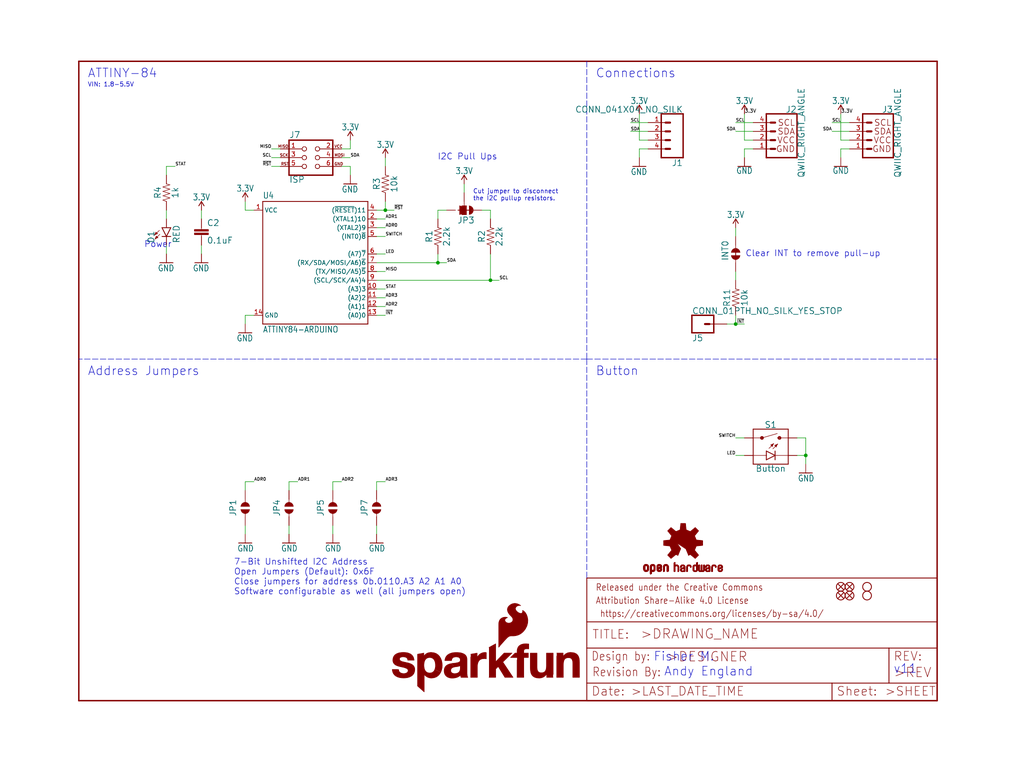
<source format=kicad_sch>
(kicad_sch (version 20211123) (generator eeschema)
  (paper "User" 297.002 223.926)
  (lib_symbols
    (symbol "schematicEagle-eagle-import:0.1UF-0603-25V-(+80{slash}-20%)"
      (property "Reference" "C" (at 1.524 2.921 0))
      (property "Value" "0.1UF-0603-25V-(+80{slash}-20%)" (at 1.524 -2.159 0))
      (symbol "0.1UF-0603-25V-(+80{slash}-20%)_1_0"
        (pin passive line (at 0 5.08 270) (length 2.54) (name "1") (number "1"))
        (pin passive line (at 0 -2.54 90) (length 2.54) (name "2") (number "2"))
      )
    )
    (symbol "schematicEagle-eagle-import:10KOHM-0603-1{slash}10W-1%"
      (property "Reference" "R" (at 0 1.524 0))
      (property "Value" "10KOHM-0603-1{slash}10W-1%" (at 0 -1.524 0))
      (symbol "10KOHM-0603-1{slash}10W-1%_1_0"
        (pin passive line (at -5.08 0 0) (length 2.54) (name "1") (number "1"))
        (pin passive line (at 5.08 0 180) (length 2.54) (name "2") (number "2"))
      )
    )
    (symbol "schematicEagle-eagle-import:1KOHM-0603-1{slash}10W-1%"
      (property "Reference" "R" (at 0 1.524 0))
      (property "Value" "1KOHM-0603-1{slash}10W-1%" (at 0 -1.524 0))
      (symbol "1KOHM-0603-1{slash}10W-1%_1_0"
        (pin passive line (at -5.08 0 0) (length 2.54) (name "1") (number "1"))
        (pin passive line (at 5.08 0 180) (length 2.54) (name "2") (number "2"))
      )
    )
    (symbol "schematicEagle-eagle-import:2.2KOHM-0603-1{slash}10W-1%"
      (property "Reference" "R" (at 0 1.524 0))
      (property "Value" "2.2KOHM-0603-1{slash}10W-1%" (at 0 -1.524 0))
      (symbol "2.2KOHM-0603-1{slash}10W-1%_1_0"
        (pin passive line (at -5.08 0 0) (length 2.54) (name "1") (number "1"))
        (pin passive line (at 5.08 0 180) (length 2.54) (name "2") (number "2"))
      )
    )
    (symbol "schematicEagle-eagle-import:3.3V" (power)
      (property "Value" "3.3V" (at 0 2.794 0))
      (symbol "3.3V_1_0"
        (pin power_in line (at 0 0 90) (length 2.54) (name "3.3V") (number "1"))
      )
    )
    (symbol "schematicEagle-eagle-import:ATTINY84-ARDUINO"
      (property "Reference" "U" (at -15.24 18.542 0))
      (property "Value" "ATTINY84-ARDUINO" (at -15.24 -20.32 0))
      (symbol "ATTINY84-ARDUINO_1_0"
        (pin bidirectional line (at -17.78 15.24 0) (length 2.54) (name "VCC") (number "1"))
        (pin bidirectional line (at 17.78 -7.62 180) (length 2.54) (name "(A3)3") (number "10"))
        (pin bidirectional line (at 17.78 -10.16 180) (length 2.54) (name "(A2)2") (number "11"))
        (pin bidirectional line (at 17.78 -12.7 180) (length 2.54) (name "(A1)1") (number "12"))
        (pin bidirectional line (at 17.78 -15.24 180) (length 2.54) (name "(A0)0") (number "13"))
        (pin bidirectional line (at -17.78 -15.24 0) (length 2.54) (name "GND") (number "14"))
        (pin bidirectional line (at 17.78 12.7 180) (length 2.54) (name "(XTAL1)10") (number "2"))
        (pin bidirectional line (at 17.78 10.16 180) (length 2.54) (name "(XTAL2)9") (number "3"))
        (pin bidirectional line (at 17.78 15.24 180) (length 2.54) (name "(~{RESET})11") (number "4"))
        (pin bidirectional line (at 17.78 7.62 180) (length 2.54) (name "(INT0)~{8}") (number "5"))
        (pin bidirectional line (at 17.78 2.54 180) (length 2.54) (name "(A7)~{7}") (number "6"))
        (pin bidirectional line (at 17.78 0 180) (length 2.54) (name "(RX/SDA/MOSI/A6)~{6}") (number "7"))
        (pin bidirectional line (at 17.78 -2.54 180) (length 2.54) (name "(TX/MISO/A5)~{5}") (number "8"))
        (pin bidirectional line (at 17.78 -5.08 180) (length 2.54) (name "(SCL/SCK/A4)4") (number "9"))
      )
    )
    (symbol "schematicEagle-eagle-import:AVR_SPI_PROG_3X2TESTPOINTS"
      (property "Reference" "J" (at -5.08 5.588 0))
      (property "Value" "AVR_SPI_PROG_3X2TESTPOINTS" (at -5.08 -7.366 0))
      (symbol "AVR_SPI_PROG_3X2TESTPOINTS_1_0"
        (text "GND" (at 8.001 -2.286 0) (effects (font (size 0.8128 0.8128)) (justify left bottom)))
        (text "MISO" (at -5.207 2.794 0) (effects (font (size 0.8128 0.8128)) (justify right bottom)))
        (text "MOSI" (at 8.001 0.254 0) (effects (font (size 0.8128 0.8128)) (justify left bottom)))
        (text "RST" (at -5.08 -2.286 0) (effects (font (size 0.8128 0.8128)) (justify right bottom)))
        (text "SCK" (at -5.207 0.254 0) (effects (font (size 0.8128 0.8128)) (justify right bottom)))
        (text "VCC" (at 8.001 2.794 0) (effects (font (size 0.8128 0.8128)) (justify left bottom)))
        (pin passive inverted (at -7.62 2.54 0) (length 7.62) (name "1") (number "1"))
        (pin passive inverted (at 10.16 2.54 180) (length 7.62) (name "2") (number "2"))
        (pin passive inverted (at -7.62 0 0) (length 7.62) (name "3") (number "3"))
        (pin passive inverted (at 10.16 0 180) (length 7.62) (name "4") (number "4"))
        (pin passive inverted (at -7.62 -2.54 0) (length 7.62) (name "5") (number "5"))
        (pin passive inverted (at 10.16 -2.54 180) (length 7.62) (name "6") (number "6"))
      )
    )
    (symbol "schematicEagle-eagle-import:CONN_01PTH_NO_SILK_YES_STOP"
      (property "Reference" "J" (at -2.54 3.048 0))
      (property "Value" "CONN_01PTH_NO_SILK_YES_STOP" (at -2.54 -4.826 0))
      (symbol "CONN_01PTH_NO_SILK_YES_STOP_1_0"
        (pin passive line (at 7.62 0 180) (length 5.08) (name "1") (number "1"))
      )
    )
    (symbol "schematicEagle-eagle-import:CONN_041X04_NO_SILK"
      (property "Reference" "J" (at -5.08 8.128 0))
      (property "Value" "CONN_041X04_NO_SILK" (at -5.08 -7.366 0))
      (symbol "CONN_041X04_NO_SILK_1_0"
        (pin passive line (at 5.08 -2.54 180) (length 5.08) (name "1") (number "1"))
        (pin passive line (at 5.08 0 180) (length 5.08) (name "2") (number "2"))
        (pin passive line (at 5.08 2.54 180) (length 5.08) (name "3") (number "3"))
        (pin passive line (at 5.08 5.08 180) (length 5.08) (name "4") (number "4"))
      )
    )
    (symbol "schematicEagle-eagle-import:FIDUCIALUFIDUCIAL")
    (symbol "schematicEagle-eagle-import:FRAME-LETTER"
      (symbol "FRAME-LETTER_2_0"
        (text " https://creativecommons.org/licenses/by-sa/4.0/" (at 2.54 24.13 0) (effects (font (size 1.9304 1.6408)) (justify left bottom)))
        (text ">DESIGNER" (at 23.114 11.176 0) (effects (font (size 2.7432 2.7432)) (justify left bottom)))
        (text ">DRAWING_NAME" (at 15.494 17.78 0) (effects (font (size 2.7432 2.7432)) (justify left bottom)))
        (text ">LAST_DATE_TIME" (at 12.7 1.27 0) (effects (font (size 2.54 2.54)) (justify left bottom)))
        (text ">REV" (at 88.9 6.604 0) (effects (font (size 2.7432 2.7432)) (justify left bottom)))
        (text ">SHEET" (at 86.36 1.27 0) (effects (font (size 2.54 2.54)) (justify left bottom)))
        (text "Attribution Share-Alike 4.0 License" (at 2.54 27.94 0) (effects (font (size 1.9304 1.6408)) (justify left bottom)))
        (text "Date:" (at 1.27 1.27 0) (effects (font (size 2.54 2.54)) (justify left bottom)))
        (text "Design by:" (at 1.27 11.43 0) (effects (font (size 2.54 2.159)) (justify left bottom)))
        (text "Released under the Creative Commons" (at 2.54 31.75 0) (effects (font (size 1.9304 1.6408)) (justify left bottom)))
        (text "REV:" (at 88.9 11.43 0) (effects (font (size 2.54 2.54)) (justify left bottom)))
        (text "Sheet:" (at 72.39 1.27 0) (effects (font (size 2.54 2.54)) (justify left bottom)))
        (text "TITLE:" (at 1.524 17.78 0) (effects (font (size 2.54 2.54)) (justify left bottom)))
      )
    )
    (symbol "schematicEagle-eagle-import:GND" (power)
      (property "Value" "GND" (at -2.54 -2.54 0))
      (symbol "GND_1_0"
        (pin power_in line (at 0 2.54 270) (length 2.54) (name "GND") (number "1"))
      )
    )
    (symbol "schematicEagle-eagle-import:JUMPER-SMT_2_NC_TRACE_SILK"
      (property "Reference" "JP" (at -2.54 2.54 0))
      (property "Value" "JUMPER-SMT_2_NC_TRACE_SILK" (at -2.54 -2.54 0))
      (symbol "JUMPER-SMT_2_NC_TRACE_SILK_1_0"
        (pin passive line (at -5.08 0 0) (length 2.54) (name "1") (number "1"))
        (pin passive line (at 5.08 0 180) (length 2.54) (name "2") (number "2"))
      )
    )
    (symbol "schematicEagle-eagle-import:JUMPER-SMT_2_NO_NO-SILK"
      (property "Reference" "JP" (at -2.54 2.54 0))
      (property "Value" "JUMPER-SMT_2_NO_NO-SILK" (at -2.54 -2.54 0))
      (symbol "JUMPER-SMT_2_NO_NO-SILK_1_0"
        (pin passive line (at -5.08 0 0) (length 2.54) (name "1") (number "1"))
        (pin passive line (at 5.08 0 180) (length 2.54) (name "2") (number "2"))
      )
    )
    (symbol "schematicEagle-eagle-import:JUMPER-SMT_3_2-NC_TRACE_SILK"
      (property "Reference" "JP" (at 2.54 0.381 0))
      (property "Value" "JUMPER-SMT_3_2-NC_TRACE_SILK" (at 2.54 -0.381 0))
      (symbol "JUMPER-SMT_3_2-NC_TRACE_SILK_1_0"
        (pin passive line (at 0 5.08 270) (length 2.54) (name "1") (number "1"))
        (pin passive line (at -5.08 0 0) (length 2.54) (name "2") (number "2"))
        (pin passive line (at 0 -5.08 90) (length 2.54) (name "3") (number "3"))
      )
    )
    (symbol "schematicEagle-eagle-import:LED-RED0603"
      (property "Reference" "D" (at -3.429 -4.572 90))
      (property "Value" "LED-RED0603" (at 1.905 -4.572 90))
      (symbol "LED-RED0603_1_0"
        (pin passive line (at 0 2.54 270) (length 2.54) (name "A") (number "A"))
        (pin passive line (at 0 -5.08 90) (length 2.54) (name "C") (number "C"))
      )
    )
    (symbol "schematicEagle-eagle-import:MOMENTARY-SWITCH-SPST-LED-PTH-12MM"
      (property "Reference" "S" (at 0 5.334 0))
      (property "Value" "MOMENTARY-SWITCH-SPST-LED-PTH-12MM" (at 0 -5.334 0))
      (symbol "MOMENTARY-SWITCH-SPST-LED-PTH-12MM_1_0"
        (pin passive line (at 7.62 2.54 180) (length 2.54) (name "2") (number "2"))
        (pin passive line (at -7.62 2.54 0) (length 2.54) (name "1") (number "4"))
        (pin passive line (at -7.62 -2.54 0) (length 2.54) (name "A") (number "A"))
        (pin passive line (at 7.62 -2.54 180) (length 2.54) (name "C") (number "C"))
      )
    )
    (symbol "schematicEagle-eagle-import:OSHW-LOGOMINI")
    (symbol "schematicEagle-eagle-import:QWIIC_CONNECTORJS-1MM"
      (property "Reference" "J" (at -5.08 7.874 0))
      (property "Value" "QWIIC_CONNECTORJS-1MM" (at -5.08 -5.334 0))
      (symbol "QWIIC_CONNECTORJS-1MM_1_0"
        (text "GND" (at -4.572 -2.54 0) (effects (font (size 1.778 1.778)) (justify left)))
        (text "SCL" (at -4.572 5.08 0) (effects (font (size 1.778 1.778)) (justify left)))
        (text "SDA" (at -4.572 2.54 0) (effects (font (size 1.778 1.778)) (justify left)))
        (text "VCC" (at -4.572 0 0) (effects (font (size 1.778 1.778)) (justify left)))
        (pin power_in line (at 7.62 -2.54 180) (length 5.08) (name "1") (number "1"))
        (pin power_in line (at 7.62 0 180) (length 5.08) (name "2") (number "2"))
        (pin passive line (at 7.62 2.54 180) (length 5.08) (name "3") (number "3"))
        (pin passive line (at 7.62 5.08 180) (length 5.08) (name "4") (number "4"))
      )
    )
    (symbol "schematicEagle-eagle-import:REVISION"
      (symbol "REVISION_1_0"
        (text "Revision By: " (at 0 0 0) (effects (font (size 2.54 2.159)) (justify left bottom)))
      )
    )
    (symbol "schematicEagle-eagle-import:SFE_LOGO_FLAME.1_INCH")
    (symbol "schematicEagle-eagle-import:SFE_LOGO_NAME.1_INCH")
    (symbol "schematicEagle-eagle-import:STAND-OFF")
    (symbol "schematicEagle-eagle-import:VCC" (power)
      (property "Value" "VCC" (at 0 2.794 0))
      (symbol "VCC_1_0"
        (pin power_in line (at 0 0 90) (length 2.54) (name "VCC") (number "1"))
      )
    )
  )
  (junction (at 111.76 60.96))
  (junction (at 233.68 132.08))
  (junction (at 142.24 81.28))
  (junction (at 127 76.2))
  (junction (at 213.36 93.98))
  (wire (pts (xy 185.42 45.72) (xy 185.42 43.18)))
  (wire (pts (xy 109.22 86.36) (xy 111.76 86.36)))
  (wire (pts (xy 142.24 81.28) (xy 144.78 81.28)))
  (wire (pts (xy 185.42 33.02) (xy 185.42 40.64)))
  (wire (pts (xy 83.82 152.4) (xy 83.82 154.94)))
  (wire (pts (xy 213.36 78.74) (xy 213.36 81.28)))
  (wire (pts (xy 83.82 139.7) (xy 86.36 139.7)))
  (wire (pts (xy 58.42 71.12) (xy 58.42 73.66)))
  (wire (pts (xy 109.22 63.5) (xy 111.76 63.5)))
  (wire (pts (xy 96.52 139.7) (xy 99.06 139.7)))
  (wire (pts (xy 81.28 43.18) (xy 78.74 43.18)))
  (wire (pts (xy 210.82 93.98) (xy 213.36 93.98)))
  (wire (pts (xy 101.6 48.26) (xy 101.6 50.8)))
  (wire (pts (xy 71.12 91.44) (xy 71.12 93.98)))
  (wire (pts (xy 71.12 60.96) (xy 71.12 58.42)))
  (wire (pts (xy 96.52 152.4) (xy 96.52 154.94)))
  (wire (pts (xy 213.36 66.04) (xy 213.36 68.58)))
  (wire (pts (xy 73.66 60.96) (xy 71.12 60.96)))
  (wire (pts (xy 243.84 43.18) (xy 243.84 45.72)))
  (wire (pts (xy 231.14 132.08) (xy 233.68 132.08)))
  (wire (pts (xy 109.22 152.4) (xy 109.22 154.94)))
  (wire (pts (xy 246.38 35.56) (xy 241.3 35.56)))
  (wire (pts (xy 243.84 40.64) (xy 246.38 40.64)))
  (wire (pts (xy 111.76 60.96) (xy 114.3 60.96)))
  (wire (pts (xy 83.82 142.24) (xy 83.82 139.7)))
  (wire (pts (xy 109.22 73.66) (xy 111.76 73.66)))
  (wire (pts (xy 218.44 43.18) (xy 215.9 43.18)))
  (wire (pts (xy 99.06 45.72) (xy 101.6 45.72)))
  (wire (pts (xy 187.96 40.64) (xy 185.42 40.64)))
  (wire (pts (xy 246.38 38.1) (xy 241.3 38.1)))
  (wire (pts (xy 109.22 68.58) (xy 111.76 68.58)))
  (wire (pts (xy 71.12 142.24) (xy 71.12 139.7)))
  (wire (pts (xy 187.96 35.56) (xy 182.88 35.56)))
  (wire (pts (xy 111.76 48.26) (xy 111.76 45.72)))
  (wire (pts (xy 243.84 33.02) (xy 243.84 40.64)))
  (wire (pts (xy 109.22 78.74) (xy 111.76 78.74)))
  (wire (pts (xy 73.66 91.44) (xy 71.12 91.44)))
  (wire (pts (xy 134.62 55.88) (xy 134.62 53.34)))
  (wire (pts (xy 109.22 83.82) (xy 111.76 83.82)))
  (wire (pts (xy 48.26 63.5) (xy 48.26 60.96)))
  (wire (pts (xy 48.26 50.8) (xy 48.26 48.26)))
  (wire (pts (xy 215.9 43.18) (xy 215.9 45.72)))
  (polyline (pts (xy 170.18 104.14) (xy 170.18 167.64)))
  (wire (pts (xy 71.12 139.7) (xy 73.66 139.7)))
  (polyline (pts (xy 170.18 17.78) (xy 170.18 104.14)))
  (wire (pts (xy 109.22 81.28) (xy 142.24 81.28)))
  (wire (pts (xy 187.96 43.18) (xy 185.42 43.18)))
  (wire (pts (xy 233.68 127) (xy 233.68 132.08)))
  (wire (pts (xy 81.28 48.26) (xy 78.74 48.26)))
  (wire (pts (xy 71.12 152.4) (xy 71.12 154.94)))
  (wire (pts (xy 139.7 60.96) (xy 142.24 60.96)))
  (polyline (pts (xy 170.18 104.14) (xy 22.86 104.14)))
  (wire (pts (xy 99.06 43.18) (xy 101.6 43.18)))
  (wire (pts (xy 96.52 142.24) (xy 96.52 139.7)))
  (wire (pts (xy 187.96 38.1) (xy 182.88 38.1)))
  (wire (pts (xy 218.44 38.1) (xy 213.36 38.1)))
  (wire (pts (xy 48.26 48.26) (xy 50.8 48.26)))
  (wire (pts (xy 127 73.66) (xy 127 76.2)))
  (wire (pts (xy 101.6 40.64) (xy 101.6 43.18)))
  (wire (pts (xy 109.22 88.9) (xy 111.76 88.9)))
  (wire (pts (xy 81.28 45.72) (xy 78.74 45.72)))
  (wire (pts (xy 142.24 60.96) (xy 142.24 63.5)))
  (wire (pts (xy 109.22 76.2) (xy 127 76.2)))
  (wire (pts (xy 233.68 132.08) (xy 233.68 134.62)))
  (wire (pts (xy 109.22 139.7) (xy 111.76 139.7)))
  (wire (pts (xy 231.14 127) (xy 233.68 127)))
  (wire (pts (xy 109.22 60.96) (xy 111.76 60.96)))
  (wire (pts (xy 127 60.96) (xy 127 63.5)))
  (polyline (pts (xy 170.18 104.14) (xy 271.78 104.14)))
  (wire (pts (xy 246.38 43.18) (xy 243.84 43.18)))
  (wire (pts (xy 109.22 91.44) (xy 111.76 91.44)))
  (wire (pts (xy 58.42 63.5) (xy 58.42 60.96)))
  (wire (pts (xy 142.24 73.66) (xy 142.24 81.28)))
  (wire (pts (xy 48.26 73.66) (xy 48.26 71.12)))
  (wire (pts (xy 99.06 48.26) (xy 101.6 48.26)))
  (wire (pts (xy 109.22 142.24) (xy 109.22 139.7)))
  (wire (pts (xy 215.9 132.08) (xy 213.36 132.08)))
  (wire (pts (xy 215.9 40.64) (xy 218.44 40.64)))
  (wire (pts (xy 215.9 127) (xy 213.36 127)))
  (wire (pts (xy 218.44 35.56) (xy 213.36 35.56)))
  (wire (pts (xy 129.54 60.96) (xy 127 60.96)))
  (wire (pts (xy 111.76 60.96) (xy 111.76 58.42)))
  (wire (pts (xy 213.36 93.98) (xy 215.9 93.98)))
  (wire (pts (xy 215.9 33.02) (xy 215.9 40.64)))
  (wire (pts (xy 213.36 91.44) (xy 213.36 93.98)))
  (wire (pts (xy 109.22 66.04) (xy 111.76 66.04)))
  (wire (pts (xy 127 76.2) (xy 129.54 76.2)))
  (text "VIN: 1.8-5.5V" (at 25.4 25.4 180) (effects (font (size 1.27 1.27)) (justify left bottom)))
  (text "Address Jumpers" (at 25.4 109.22 180) (effects (font (size 2.54 2.54)) (justify left bottom)))
  (text "Clear INT to remove pull-up" (at 216.154 74.676 180) (effects (font (size 1.778 1.778)) (justify left bottom)))
  (text "7-Bit Unshifted I2C Address\nOpen Jumpers (Default): 0x6F\nClose jumpers for address 0b.0110.A3 A2 A1 A0\nSoftware configurable as well (all jumpers open)" (at 67.818 172.72 0) (effects (font (size 1.778 1.778)) (justify left bottom)))
  (text "Fisher M." (at 189.484 192.024 180) (effects (font (size 2.54 2.54)) (justify left bottom)))
  (text "ATTINY-84" (at 25.4 22.86 180) (effects (font (size 2.54 2.54)) (justify left bottom)))
  (text "Andy England" (at 192.532 196.342 180) (effects (font (size 2.54 2.54)) (justify left bottom)))
  (text "Power" (at 41.783 72.009 180) (effects (font (size 1.778 1.778)) (justify left bottom)))
  (text "Connections" (at 172.72 22.86 180) (effects (font (size 2.54 2.54)) (justify left bottom)))
  (text "Button" (at 172.72 109.22 180) (effects (font (size 2.54 2.54)) (justify left bottom)))
  (text "v11" (at 259.08 195.58 180) (effects (font (size 2.54 2.54)) (justify left bottom)))
  (text "I2C Pull Ups" (at 126.873 46.609 180) (effects (font (size 1.778 1.778)) (justify left bottom)))
  (text "Cut jumper to disconnect\nthe I2C pullup resistors." (at 137.16 58.42 0) (effects (font (size 1.27 1.27)) (justify left bottom)))
  (label "MISO" (at 111.76 78.74 0) (effects (font (size 0.889 0.889))))
  (label "STAT" (at 50.8 48.26 0) (effects (font (size 0.889 0.889))))
  (label "SCL" (at 78.74 45.72 180) (effects (font (size 0.889 0.889))))
  (label "SDA" (at 213.36 38.1 180) (effects (font (size 0.889 0.889))))
  (label "3.3V" (at 215.9 33.02 0) (effects (font (size 1.016 1.016))))
  (label "ADR3" (at 111.76 139.7 0) (effects (font (size 0.889 0.889))))
  (label "~{RST}" (at 78.74 48.26 180) (effects (font (size 0.889 0.889))))
  (label "MISO" (at 78.74 43.18 180) (effects (font (size 0.889 0.889))))
  (label "SCL" (at 241.3 35.56 0) (effects (font (size 0.889 0.889))))
  (label "SDA" (at 241.3 38.1 180) (effects (font (size 0.889 0.889))))
  (label "SWITCH" (at 111.76 68.58 0) (effects (font (size 0.889 0.889))))
  (label "~{RST}" (at 114.3 60.96 0) (effects (font (size 0.889 0.889))))
  (label "ADR2" (at 99.06 139.7 0) (effects (font (size 0.889 0.889))))
  (label "ADR1" (at 111.76 63.5 0) (effects (font (size 0.889 0.889))))
  (label "ADR0" (at 111.76 66.04 0) (effects (font (size 0.889 0.889))))
  (label "STAT" (at 111.76 83.82 0) (effects (font (size 0.889 0.889))))
  (label "ADR3" (at 111.76 86.36 0) (effects (font (size 0.889 0.889))))
  (label "LED" (at 213.36 132.08 180) (effects (font (size 0.889 0.889))))
  (label "ADR2" (at 111.76 88.9 0) (effects (font (size 0.889 0.889))))
  (label "~{INT}" (at 215.9 93.98 180) (effects (font (size 0.889 0.889))))
  (label "~{INT}" (at 111.76 91.44 0) (effects (font (size 0.889 0.889))))
  (label "SCL" (at 182.88 35.56 0) (effects (font (size 0.889 0.889))))
  (label "ADR0" (at 73.66 139.7 0) (effects (font (size 0.889 0.889))))
  (label "SDA" (at 101.6 45.72 0) (effects (font (size 0.889 0.889))))
  (label "LED" (at 111.76 73.66 0) (effects (font (size 0.889 0.889))))
  (label "SWITCH" (at 213.36 127 180) (effects (font (size 0.889 0.889))))
  (label "SDA" (at 129.54 76.2 0) (effects (font (size 0.889 0.889))))
  (label "SDA" (at 182.88 38.1 0) (effects (font (size 0.889 0.889))))
  (label "3.3V" (at 243.84 33.02 0) (effects (font (size 1.016 1.016))))
  (label "ADR1" (at 86.36 139.7 0) (effects (font (size 0.889 0.889))))
  (label "SCL" (at 144.78 81.28 0) (effects (font (size 0.889 0.889))))
  (label "SCL" (at 213.36 35.56 0) (effects (font (size 0.889 0.889))))
  (symbol (lib_id "schematicEagle-eagle-import:GND") (at 71.12 96.52 0) (unit 1)
    (property "Reference" "#GND13" (effects hide))
    (property "Value" "GND" (at 68.58 99.06 0) (effects (font (size 1.778 1.5113)) (justify left bottom)))
    (property "Footprint" "schematicEagle:" (effects hide))
  )
  (symbol (lib_id "schematicEagle-eagle-import:JUMPER-SMT_2_NO_NO-SILK") (at 109.22 147.32 90) (unit 1)
    (property "Reference" "JP7" (at 106.68 149.86 0) (effects (font (size 1.778 1.778)) (justify left bottom)))
    (property "Value" "JUMPER-SMT_2_NO_NO-SILK" (effects hide))
    (property "Footprint" "schematicEagle:SMT-JUMPER_2_NO_NO-SILK" (effects hide))
  )
  (symbol (lib_id "schematicEagle-eagle-import:3.3V") (at 101.6 40.64 0) (unit 1)
    (property "Reference" "#SUPPLY19" (effects hide))
    (property "Value" "3.3V" (at 101.6 37.846 0) (effects (font (size 1.778 1.5113)) (justify bottom)))
    (property "Footprint" "schematicEagle:" (effects hide))
  )
  (symbol (lib_id "schematicEagle-eagle-import:GND") (at 71.12 157.48 0) (mirror y) (unit 1)
    (property "Reference" "#GND12" (effects hide))
    (property "Value" "GND" (at 73.66 160.02 0) (effects (font (size 1.778 1.5113)) (justify left bottom)))
    (property "Footprint" "schematicEagle:" (effects hide))
  )
  (symbol (lib_id "schematicEagle-eagle-import:FIDUCIALUFIDUCIAL") (at 246.38 172.72 0) (unit 1)
    (property "Reference" "JP9" (effects hide))
    (property "Value" "FIDUCIALUFIDUCIAL" (effects hide))
    (property "Footprint" "schematicEagle:MICRO-FIDUCIAL" (effects hide))
  )
  (symbol (lib_id "schematicEagle-eagle-import:JUMPER-SMT_2_NO_NO-SILK") (at 71.12 147.32 90) (unit 1)
    (property "Reference" "JP1" (at 68.58 149.86 0) (effects (font (size 1.778 1.778)) (justify left bottom)))
    (property "Value" "JUMPER-SMT_2_NO_NO-SILK" (effects hide))
    (property "Footprint" "schematicEagle:SMT-JUMPER_2_NO_NO-SILK" (effects hide))
  )
  (symbol (lib_id "schematicEagle-eagle-import:QWIIC_CONNECTORJS-1MM") (at 254 40.64 0) (mirror y) (unit 1)
    (property "Reference" "J3" (at 259.08 32.766 0) (effects (font (size 1.778 1.778)) (justify left bottom)))
    (property "Value" "QWIIC_RIGHT_ANGLE" (at 259.334 25.4 90) (effects (font (size 1.778 1.778)) (justify right bottom)))
    (property "Footprint" "schematicEagle:JST04_1MM_RA" (effects hide))
  )
  (symbol (lib_id "schematicEagle-eagle-import:10KOHM-0603-1{slash}10W-1%") (at 111.76 53.34 90) (unit 1)
    (property "Reference" "R3" (at 110.236 53.34 0) (effects (font (size 1.778 1.778)) (justify bottom)))
    (property "Value" "10k" (at 113.284 53.34 0) (effects (font (size 1.778 1.778)) (justify top)))
    (property "Footprint" "schematicEagle:0603" (effects hide))
  )
  (symbol (lib_id "schematicEagle-eagle-import:FIDUCIALUFIDUCIAL") (at 243.84 170.18 0) (unit 1)
    (property "Reference" "JP2" (effects hide))
    (property "Value" "FIDUCIALUFIDUCIAL" (effects hide))
    (property "Footprint" "schematicEagle:MICRO-FIDUCIAL" (effects hide))
  )
  (symbol (lib_id "schematicEagle-eagle-import:GND") (at 58.42 76.2 0) (unit 1)
    (property "Reference" "#GND7" (effects hide))
    (property "Value" "GND" (at 55.88 78.74 0) (effects (font (size 1.778 1.5113)) (justify left bottom)))
    (property "Footprint" "schematicEagle:" (effects hide))
  )
  (symbol (lib_id "schematicEagle-eagle-import:0.1UF-0603-25V-(+80{slash}-20%)") (at 58.42 68.58 0) (unit 1)
    (property "Reference" "C2" (at 59.944 65.659 0) (effects (font (size 1.778 1.778)) (justify left bottom)))
    (property "Value" "0.1uF" (at 59.944 70.739 0) (effects (font (size 1.778 1.778)) (justify left bottom)))
    (property "Footprint" "schematicEagle:0603" (effects hide))
  )
  (symbol (lib_id "schematicEagle-eagle-import:GND") (at 83.82 157.48 0) (mirror y) (unit 1)
    (property "Reference" "#GND1" (effects hide))
    (property "Value" "GND" (at 86.36 160.02 0) (effects (font (size 1.778 1.5113)) (justify left bottom)))
    (property "Footprint" "schematicEagle:" (effects hide))
  )
  (symbol (lib_id "schematicEagle-eagle-import:3.3V") (at 185.42 33.02 0) (unit 1)
    (property "Reference" "#SUPPLY12" (effects hide))
    (property "Value" "3.3V" (at 185.42 30.226 0) (effects (font (size 1.778 1.5113)) (justify bottom)))
    (property "Footprint" "schematicEagle:" (effects hide))
  )
  (symbol (lib_id "schematicEagle-eagle-import:STAND-OFF") (at 251.46 172.72 0) (unit 1)
    (property "Reference" "H2" (effects hide))
    (property "Value" "STAND-OFF" (effects hide))
    (property "Footprint" "schematicEagle:STAND-OFF" (effects hide))
  )
  (symbol (lib_id "schematicEagle-eagle-import:GND") (at 243.84 48.26 0) (unit 1)
    (property "Reference" "#GND6" (effects hide))
    (property "Value" "GND" (at 243.84 48.514 0) (effects (font (size 1.778 1.5113)) (justify top)))
    (property "Footprint" "schematicEagle:" (effects hide))
  )
  (symbol (lib_id "schematicEagle-eagle-import:3.3V") (at 71.12 58.42 0) (unit 1)
    (property "Reference" "#SUPPLY17" (effects hide))
    (property "Value" "3.3V" (at 71.12 55.626 0) (effects (font (size 1.778 1.5113)) (justify bottom)))
    (property "Footprint" "schematicEagle:" (effects hide))
  )
  (symbol (lib_id "schematicEagle-eagle-import:SFE_LOGO_NAME.1_INCH") (at 111.76 200.66 0) (unit 1)
    (property "Reference" "LOGO3" (effects hide))
    (property "Value" "SFE_LOGO_NAME.1_INCH" (effects hide))
    (property "Footprint" "schematicEagle:SFE_LOGO_NAME_.1" (effects hide))
  )
  (symbol (lib_id "schematicEagle-eagle-import:3.3V") (at 58.42 60.96 0) (unit 1)
    (property "Reference" "#SUPPLY2" (effects hide))
    (property "Value" "3.3V" (at 58.42 58.166 0) (effects (font (size 1.778 1.5113)) (justify bottom)))
    (property "Footprint" "schematicEagle:" (effects hide))
  )
  (symbol (lib_id "schematicEagle-eagle-import:STAND-OFF") (at 251.46 170.18 0) (unit 1)
    (property "Reference" "H1" (effects hide))
    (property "Value" "STAND-OFF" (effects hide))
    (property "Footprint" "schematicEagle:STAND-OFF" (effects hide))
  )
  (symbol (lib_id "schematicEagle-eagle-import:GND") (at 109.22 157.48 0) (mirror y) (unit 1)
    (property "Reference" "#GND5" (effects hide))
    (property "Value" "GND" (at 111.76 160.02 0) (effects (font (size 1.778 1.5113)) (justify left bottom)))
    (property "Footprint" "schematicEagle:" (effects hide))
  )
  (symbol (lib_id "schematicEagle-eagle-import:LED-RED0603") (at 48.26 66.04 0) (unit 1)
    (property "Reference" "D1" (at 44.831 70.612 90) (effects (font (size 1.778 1.778)) (justify left bottom)))
    (property "Value" "RED" (at 50.165 70.612 90) (effects (font (size 1.778 1.778)) (justify left top)))
    (property "Footprint" "schematicEagle:LED-0603" (effects hide))
  )
  (symbol (lib_id "schematicEagle-eagle-import:2.2KOHM-0603-1{slash}10W-1%") (at 127 68.58 90) (unit 1)
    (property "Reference" "R1" (at 125.476 68.58 0) (effects (font (size 1.778 1.778)) (justify bottom)))
    (property "Value" "2.2k" (at 128.524 68.58 0) (effects (font (size 1.778 1.778)) (justify top)))
    (property "Footprint" "schematicEagle:0603" (effects hide))
  )
  (symbol (lib_id "schematicEagle-eagle-import:VCC") (at 243.84 33.02 0) (unit 1)
    (property "Reference" "#SUPPLY7" (effects hide))
    (property "Value" "3.3V" (at 243.84 30.226 0) (effects (font (size 1.778 1.5113)) (justify bottom)))
    (property "Footprint" "schematicEagle:" (effects hide))
  )
  (symbol (lib_id "schematicEagle-eagle-import:GND") (at 101.6 53.34 0) (unit 1)
    (property "Reference" "#GND14" (effects hide))
    (property "Value" "GND" (at 99.06 55.88 0) (effects (font (size 1.778 1.5113)) (justify left bottom)))
    (property "Footprint" "schematicEagle:" (effects hide))
  )
  (symbol (lib_id "schematicEagle-eagle-import:3.3V") (at 134.62 53.34 0) (unit 1)
    (property "Reference" "#SUPPLY15" (effects hide))
    (property "Value" "3.3V" (at 134.62 50.546 0) (effects (font (size 1.778 1.5113)) (justify bottom)))
    (property "Footprint" "schematicEagle:" (effects hide))
  )
  (symbol (lib_id "schematicEagle-eagle-import:JUMPER-SMT_2_NC_TRACE_SILK") (at 213.36 73.66 90) (unit 1)
    (property "Reference" "INT0" (at 211.328 75.692 0) (effects (font (size 1.778 1.778)) (justify left bottom)))
    (property "Value" "JUMPER-SMT_2_NC_TRACE_SILK" (effects hide))
    (property "Footprint" "schematicEagle:SMT-JUMPER_2_NC_TRACE_SILK" (effects hide))
  )
  (symbol (lib_id "schematicEagle-eagle-import:VCC") (at 215.9 33.02 0) (unit 1)
    (property "Reference" "#SUPPLY6" (effects hide))
    (property "Value" "3.3V" (at 215.9 30.226 0) (effects (font (size 1.778 1.5113)) (justify bottom)))
    (property "Footprint" "schematicEagle:" (effects hide))
  )
  (symbol (lib_id "schematicEagle-eagle-import:REVISION") (at 171.704 196.342 0) (unit 1)
    (property "Reference" "LOGO2" (effects hide))
    (property "Value" "REVISION" (effects hide))
    (property "Footprint" "schematicEagle:REVISION" (effects hide))
  )
  (symbol (lib_id "schematicEagle-eagle-import:GND") (at 215.9 48.26 0) (unit 1)
    (property "Reference" "#GND4" (effects hide))
    (property "Value" "GND" (at 215.9 48.514 0) (effects (font (size 1.778 1.5113)) (justify top)))
    (property "Footprint" "schematicEagle:" (effects hide))
  )
  (symbol (lib_id "schematicEagle-eagle-import:ATTINY84-ARDUINO") (at 91.44 76.2 0) (unit 1)
    (property "Reference" "U4" (at 76.2 57.658 0) (effects (font (size 1.778 1.5113)) (justify left bottom)))
    (property "Value" "ATTINY84-ARDUINO" (at 76.2 96.52 0) (effects (font (size 1.778 1.5113)) (justify left bottom)))
    (property "Footprint" "schematicEagle:SO14" (effects hide))
  )
  (symbol (lib_id "schematicEagle-eagle-import:JUMPER-SMT_3_2-NC_TRACE_SILK") (at 134.62 60.96 270) (unit 1)
    (property "Reference" "JP3" (at 132.588 64.897 90) (effects (font (size 1.778 1.778)) (justify left bottom)))
    (property "Value" "JUMPER-SMT_3_2-NC_TRACE_SILK" (effects hide))
    (property "Footprint" "schematicEagle:SMT-JUMPER_3_2-NC_TRACE_SILK" (effects hide))
  )
  (symbol (lib_id "schematicEagle-eagle-import:JUMPER-SMT_2_NO_NO-SILK") (at 83.82 147.32 90) (unit 1)
    (property "Reference" "JP4" (at 81.28 149.86 0) (effects (font (size 1.778 1.778)) (justify left bottom)))
    (property "Value" "JUMPER-SMT_2_NO_NO-SILK" (effects hide))
    (property "Footprint" "schematicEagle:SMT-JUMPER_2_NO_NO-SILK" (effects hide))
  )
  (symbol (lib_id "schematicEagle-eagle-import:3.3V") (at 111.76 45.72 0) (unit 1)
    (property "Reference" "#SUPPLY18" (effects hide))
    (property "Value" "3.3V" (at 111.76 42.926 0) (effects (font (size 1.778 1.5113)) (justify bottom)))
    (property "Footprint" "schematicEagle:" (effects hide))
  )
  (symbol (lib_id "schematicEagle-eagle-import:CONN_041X04_NO_SILK") (at 193.04 38.1 180) (unit 1)
    (property "Reference" "J1" (at 198.12 46.228 0) (effects (font (size 1.778 1.778)) (justify left bottom)))
    (property "Value" "CONN_041X04_NO_SILK" (at 198.12 30.734 0) (effects (font (size 1.778 1.778)) (justify left bottom)))
    (property "Footprint" "schematicEagle:1X04_NO_SILK" (effects hide))
  )
  (symbol (lib_id "schematicEagle-eagle-import:QWIIC_CONNECTORJS-1MM") (at 226.06 40.64 0) (mirror y) (unit 1)
    (property "Reference" "J2" (at 231.14 32.766 0) (effects (font (size 1.778 1.778)) (justify left bottom)))
    (property "Value" "QWIIC_RIGHT_ANGLE" (at 231.394 25.4 90) (effects (font (size 1.778 1.778)) (justify right bottom)))
    (property "Footprint" "schematicEagle:JST04_1MM_RA" (effects hide))
  )
  (symbol (lib_id "schematicEagle-eagle-import:2.2KOHM-0603-1{slash}10W-1%") (at 142.24 68.58 90) (unit 1)
    (property "Reference" "R2" (at 140.716 68.58 0) (effects (font (size 1.778 1.778)) (justify bottom)))
    (property "Value" "2.2k" (at 143.764 68.58 0) (effects (font (size 1.778 1.778)) (justify top)))
    (property "Footprint" "schematicEagle:0603" (effects hide))
  )
  (symbol (lib_id "schematicEagle-eagle-import:AVR_SPI_PROG_3X2TESTPOINTS") (at 88.9 45.72 0) (unit 1)
    (property "Reference" "J7" (at 83.82 40.132 0) (effects (font (size 1.778 1.778)) (justify left bottom)))
    (property "Value" "ISP" (at 83.82 53.086 0) (effects (font (size 1.778 1.778)) (justify left bottom)))
    (property "Footprint" "schematicEagle:2X3_TEST_POINTS" (effects hide))
  )
  (symbol (lib_id "schematicEagle-eagle-import:GND") (at 233.68 137.16 0) (mirror y) (unit 1)
    (property "Reference" "#GND2" (effects hide))
    (property "Value" "GND" (at 236.22 139.7 0) (effects (font (size 1.778 1.5113)) (justify left bottom)))
    (property "Footprint" "schematicEagle:" (effects hide))
  )
  (symbol (lib_id "schematicEagle-eagle-import:10KOHM-0603-1{slash}10W-1%") (at 213.36 86.36 90) (unit 1)
    (property "Reference" "R11" (at 211.836 86.36 0) (effects (font (size 1.778 1.778)) (justify bottom)))
    (property "Value" "10k" (at 214.884 86.36 0) (effects (font (size 1.778 1.778)) (justify top)))
    (property "Footprint" "schematicEagle:0603" (effects hide))
  )
  (symbol (lib_id "schematicEagle-eagle-import:GND") (at 48.26 76.2 0) (unit 1)
    (property "Reference" "#GND10" (effects hide))
    (property "Value" "GND" (at 45.72 78.74 0) (effects (font (size 1.778 1.5113)) (justify left bottom)))
    (property "Footprint" "schematicEagle:" (effects hide))
  )
  (symbol (lib_id "schematicEagle-eagle-import:GND") (at 96.52 157.48 0) (mirror y) (unit 1)
    (property "Reference" "#GND3" (effects hide))
    (property "Value" "GND" (at 99.06 160.02 0) (effects (font (size 1.778 1.5113)) (justify left bottom)))
    (property "Footprint" "schematicEagle:" (effects hide))
  )
  (symbol (lib_id "schematicEagle-eagle-import:FRAME-LETTER") (at 22.86 203.2 0) (unit 1)
    (property "Reference" "FRAME1" (effects hide))
    (property "Value" "FRAME-LETTER" (effects hide))
    (property "Footprint" "schematicEagle:CREATIVE_COMMONS" (effects hide))
  )
  (symbol (lib_id "schematicEagle-eagle-import:CONN_01PTH_NO_SILK_YES_STOP") (at 203.2 93.98 0) (mirror x) (unit 1)
    (property "Reference" "J5" (at 200.66 97.028 0) (effects (font (size 1.778 1.778)) (justify left bottom)))
    (property "Value" "CONN_01PTH_NO_SILK_YES_STOP" (at 200.66 89.154 0) (effects (font (size 1.778 1.778)) (justify left bottom)))
    (property "Footprint" "schematicEagle:1X01_NO_SILK" (effects hide))
  )
  (symbol (lib_id "schematicEagle-eagle-import:MOMENTARY-SWITCH-SPST-LED-PTH-12MM") (at 223.52 129.54 0) (unit 1)
    (property "Reference" "S1" (at 223.52 124.206 0) (effects (font (size 1.778 1.778)) (justify bottom)))
    (property "Value" "Button" (at 223.52 134.874 0) (effects (font (size 1.778 1.778)) (justify top)))
    (property "Footprint" "schematicEagle:TACTILE_SWITCH_LED_PTH_12MM" (effects hide))
  )
  (symbol (lib_id "schematicEagle-eagle-import:FIDUCIALUFIDUCIAL") (at 246.38 170.18 0) (unit 1)
    (property "Reference" "JP6" (effects hide))
    (property "Value" "FIDUCIALUFIDUCIAL" (effects hide))
    (property "Footprint" "schematicEagle:MICRO-FIDUCIAL" (effects hide))
  )
  (symbol (lib_id "schematicEagle-eagle-import:FIDUCIALUFIDUCIAL") (at 243.84 172.72 0) (unit 1)
    (property "Reference" "JP8" (effects hide))
    (property "Value" "FIDUCIALUFIDUCIAL" (effects hide))
    (property "Footprint" "schematicEagle:MICRO-FIDUCIAL" (effects hide))
  )
  (symbol (lib_id "schematicEagle-eagle-import:OSHW-LOGOMINI") (at 198.12 157.48 0) (unit 1)
    (property "Reference" "LOGO1" (effects hide))
    (property "Value" "OSHW-LOGOMINI" (effects hide))
    (property "Footprint" "schematicEagle:OSHW-LOGO-MINI" (effects hide))
  )
  (symbol (lib_id "schematicEagle-eagle-import:FRAME-LETTER") (at 170.18 203.2 0) (unit 2)
    (property "Reference" "FRAME1" (effects hide))
    (property "Value" "FRAME-LETTER" (effects hide))
    (property "Footprint" "schematicEagle:CREATIVE_COMMONS" (effects hide))
  )
  (symbol (lib_id "schematicEagle-eagle-import:GND") (at 185.42 48.26 0) (unit 1)
    (property "Reference" "#GND8" (effects hide))
    (property "Value" "GND" (at 182.88 50.8 0) (effects (font (size 1.778 1.5113)) (justify left bottom)))
    (property "Footprint" "schematicEagle:" (effects hide))
  )
  (symbol (lib_id "schematicEagle-eagle-import:3.3V") (at 213.36 66.04 0) (unit 1)
    (property "Reference" "#SUPPLY5" (effects hide))
    (property "Value" "3.3V" (at 213.36 63.246 0) (effects (font (size 1.778 1.5113)) (justify bottom)))
    (property "Footprint" "schematicEagle:" (effects hide))
  )
  (symbol (lib_id "schematicEagle-eagle-import:SFE_LOGO_FLAME.1_INCH") (at 144.272 188.214 0) (unit 1)
    (property "Reference" "LOGO4" (effects hide))
    (property "Value" "SFE_LOGO_FLAME.1_INCH" (effects hide))
    (property "Footprint" "schematicEagle:SFE_LOGO_FLAME_.1" (effects hide))
  )
  (symbol (lib_id "schematicEagle-eagle-import:1KOHM-0603-1{slash}10W-1%") (at 48.26 55.88 90) (unit 1)
    (property "Reference" "R4" (at 46.736 55.88 0) (effects (font (size 1.778 1.778)) (justify bottom)))
    (property "Value" "1k" (at 49.784 55.88 0) (effects (font (size 1.778 1.778)) (justify top)))
    (property "Footprint" "schematicEagle:0603" (effects hide))
  )
  (symbol (lib_id "schematicEagle-eagle-import:JUMPER-SMT_2_NO_NO-SILK") (at 96.52 147.32 90) (unit 1)
    (property "Reference" "JP5" (at 93.98 149.86 0) (effects (font (size 1.778 1.778)) (justify left bottom)))
    (property "Value" "JUMPER-SMT_2_NO_NO-SILK" (effects hide))
    (property "Footprint" "schematicEagle:SMT-JUMPER_2_NO_NO-SILK" (effects hide))
  )
)
</source>
